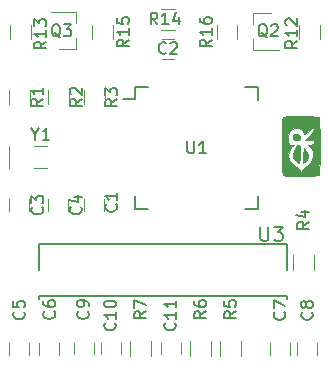
<source format=gto>
G04 #@! TF.FileFunction,Legend,Top*
%FSLAX46Y46*%
G04 Gerber Fmt 4.6, Leading zero omitted, Abs format (unit mm)*
G04 Created by KiCad (PCBNEW 4.0.7-e2-6376~58~ubuntu16.04.1) date Fri Jun 15 00:43:23 2018*
%MOMM*%
%LPD*%
G01*
G04 APERTURE LIST*
%ADD10C,0.100000*%
%ADD11C,0.150000*%
%ADD12C,0.120000*%
%ADD13C,0.010000*%
G04 APERTURE END LIST*
D10*
D11*
X106745000Y-91131000D02*
X106745000Y-92131000D01*
X117095000Y-91131000D02*
X117095000Y-92206000D01*
X117095000Y-101481000D02*
X117095000Y-100406000D01*
X106745000Y-101481000D02*
X106745000Y-100406000D01*
X106745000Y-91131000D02*
X107820000Y-91131000D01*
X106745000Y-101481000D02*
X107820000Y-101481000D01*
X117095000Y-101481000D02*
X116020000Y-101481000D01*
X117095000Y-91131000D02*
X116020000Y-91131000D01*
X106745000Y-92131000D02*
X105720000Y-92131000D01*
D12*
X113156000Y-112684000D02*
X113156000Y-113884000D01*
X111396000Y-113884000D02*
X111396000Y-112684000D01*
D11*
X98600000Y-104425000D02*
X119600000Y-104425000D01*
X98600000Y-108875000D02*
X119600000Y-108875000D01*
X98600000Y-108875000D02*
X98600000Y-109100000D01*
X119600000Y-108875000D02*
X119600000Y-109100000D01*
X98600000Y-106650000D02*
X98600000Y-104425000D01*
X119600000Y-106650000D02*
X119600000Y-104425000D01*
D12*
X97784000Y-113824000D02*
X97784000Y-112824000D01*
X96084000Y-112824000D02*
X96084000Y-113824000D01*
X104134000Y-101632000D02*
X104134000Y-100632000D01*
X102434000Y-100632000D02*
X102434000Y-101632000D01*
X110000000Y-87050000D02*
X109000000Y-87050000D01*
X109000000Y-88750000D02*
X110000000Y-88750000D01*
X97784000Y-101632000D02*
X97784000Y-100632000D01*
X96084000Y-100632000D02*
X96084000Y-101632000D01*
X101086000Y-101632000D02*
X101086000Y-100632000D01*
X99386000Y-100632000D02*
X99386000Y-101632000D01*
X100324000Y-113824000D02*
X100324000Y-112824000D01*
X98624000Y-112824000D02*
X98624000Y-113824000D01*
X119882000Y-113824000D02*
X119882000Y-112824000D01*
X118182000Y-112824000D02*
X118182000Y-113824000D01*
X122168000Y-113824000D02*
X122168000Y-112824000D01*
X120468000Y-112824000D02*
X120468000Y-113824000D01*
X96054000Y-92588000D02*
X96054000Y-91388000D01*
X97814000Y-91388000D02*
X97814000Y-92588000D01*
X99356000Y-92588000D02*
X99356000Y-91388000D01*
X101116000Y-91388000D02*
X101116000Y-92588000D01*
X104164000Y-91388000D02*
X104164000Y-92588000D01*
X102404000Y-92588000D02*
X102404000Y-91388000D01*
X120120000Y-106600000D02*
X120120000Y-105400000D01*
X121880000Y-105400000D02*
X121880000Y-106600000D01*
X98162000Y-96118000D02*
X99262000Y-96118000D01*
X98162000Y-98018000D02*
X99262000Y-98018000D01*
X96012000Y-96168000D02*
X96012000Y-97968000D01*
X101520000Y-112784000D02*
X101520000Y-113784000D01*
X103220000Y-113784000D02*
X103220000Y-112784000D01*
X103806000Y-112784000D02*
X103806000Y-113784000D01*
X105506000Y-113784000D02*
X105506000Y-112784000D01*
X108886000Y-112784000D02*
X108886000Y-113784000D01*
X110586000Y-113784000D02*
X110586000Y-112784000D01*
X115696000Y-112684000D02*
X115696000Y-113884000D01*
X113936000Y-113884000D02*
X113936000Y-112684000D01*
X106316000Y-113884000D02*
X106316000Y-112684000D01*
X108076000Y-112684000D02*
X108076000Y-113884000D01*
X116740000Y-84870000D02*
X116740000Y-85800000D01*
X116740000Y-88030000D02*
X116740000Y-87100000D01*
X116740000Y-88030000D02*
X118900000Y-88030000D01*
X116740000Y-84870000D02*
X118200000Y-84870000D01*
X101760000Y-87930000D02*
X101760000Y-87000000D01*
X101760000Y-84770000D02*
X101760000Y-85700000D01*
X101760000Y-84770000D02*
X99600000Y-84770000D01*
X101760000Y-87930000D02*
X100300000Y-87930000D01*
X120620000Y-87100000D02*
X120620000Y-85900000D01*
X122380000Y-85900000D02*
X122380000Y-87100000D01*
X97880000Y-85900000D02*
X97880000Y-87100000D01*
X96120000Y-87100000D02*
X96120000Y-85900000D01*
X110100000Y-86280000D02*
X108900000Y-86280000D01*
X108900000Y-84520000D02*
X110100000Y-84520000D01*
X103120000Y-87100000D02*
X103120000Y-85900000D01*
X104880000Y-85900000D02*
X104880000Y-87100000D01*
X115380000Y-85900000D02*
X115380000Y-87100000D01*
X113620000Y-87100000D02*
X113620000Y-85900000D01*
D13*
G36*
X119135718Y-95741420D02*
X119142482Y-95197192D01*
X119154767Y-94699503D01*
X119172572Y-94275326D01*
X119195898Y-93951634D01*
X119224744Y-93755399D01*
X119242934Y-93711600D01*
X119366244Y-93671607D01*
X119623334Y-93640935D01*
X119978906Y-93619586D01*
X120397665Y-93607559D01*
X120844311Y-93604855D01*
X121283550Y-93611472D01*
X121680083Y-93627413D01*
X121998614Y-93652675D01*
X122203845Y-93687260D01*
X122257067Y-93711600D01*
X122288945Y-93826365D01*
X122315302Y-94083399D01*
X122336139Y-94455731D01*
X122351456Y-94916388D01*
X122361252Y-95438398D01*
X122365528Y-95994786D01*
X122364284Y-96558581D01*
X122357519Y-97102809D01*
X122345234Y-97600498D01*
X122327428Y-98024675D01*
X122304103Y-98348367D01*
X122275257Y-98544602D01*
X122257067Y-98588400D01*
X122133756Y-98628394D01*
X121876666Y-98659066D01*
X121521094Y-98680415D01*
X121102336Y-98692441D01*
X120750000Y-98694574D01*
X120750000Y-98351334D01*
X120821910Y-98281440D01*
X120834896Y-98203167D01*
X120905912Y-98069573D01*
X121086731Y-97922357D01*
X121149774Y-97885667D01*
X121494723Y-97630983D01*
X121727185Y-97315595D01*
X121832053Y-96972905D01*
X121794217Y-96636318D01*
X121755420Y-96546601D01*
X121620943Y-96335702D01*
X121503568Y-96189163D01*
X121401688Y-96065027D01*
X121433545Y-96022795D01*
X121577648Y-96019830D01*
X121759151Y-95985439D01*
X121832282Y-95851888D01*
X121835389Y-95832500D01*
X121834731Y-95712973D01*
X121759317Y-95657577D01*
X121566977Y-95642344D01*
X121500261Y-95642000D01*
X121138077Y-95642000D01*
X121494372Y-95278962D01*
X121694624Y-95044045D01*
X121822271Y-94832987D01*
X121850667Y-94728629D01*
X121829082Y-94583362D01*
X121752859Y-94560524D01*
X121604796Y-94664546D01*
X121427334Y-94837667D01*
X121201583Y-95050178D01*
X121064200Y-95127563D01*
X121006852Y-95073704D01*
X121004000Y-95034834D01*
X120930596Y-94839837D01*
X120741348Y-94703528D01*
X120482705Y-94636269D01*
X120201115Y-94648425D01*
X119943026Y-94750357D01*
X119892723Y-94786901D01*
X119780770Y-94902036D01*
X119720178Y-95051243D01*
X119696032Y-95286645D01*
X119692843Y-95485401D01*
X119695680Y-95776746D01*
X119716556Y-95937334D01*
X119771599Y-96005728D01*
X119876934Y-96020494D01*
X119916502Y-96020284D01*
X120141337Y-96017567D01*
X119941037Y-96255610D01*
X119737372Y-96604288D01*
X119677623Y-96972981D01*
X119767149Y-97317573D01*
X119979433Y-97609236D01*
X120264671Y-97852705D01*
X120502982Y-97972550D01*
X120636828Y-98086332D01*
X120665334Y-98187706D01*
X120701893Y-98322158D01*
X120750000Y-98351334D01*
X120750000Y-98694574D01*
X120655689Y-98695145D01*
X120216451Y-98688529D01*
X119819918Y-98672588D01*
X119501387Y-98647326D01*
X119296155Y-98612741D01*
X119242934Y-98588401D01*
X119211056Y-98473636D01*
X119184698Y-98216602D01*
X119163861Y-97844270D01*
X119148545Y-97383613D01*
X119138749Y-96861603D01*
X119134473Y-96305215D01*
X119135718Y-95741420D01*
X119135718Y-95741420D01*
G37*
X119135718Y-95741420D02*
X119142482Y-95197192D01*
X119154767Y-94699503D01*
X119172572Y-94275326D01*
X119195898Y-93951634D01*
X119224744Y-93755399D01*
X119242934Y-93711600D01*
X119366244Y-93671607D01*
X119623334Y-93640935D01*
X119978906Y-93619586D01*
X120397665Y-93607559D01*
X120844311Y-93604855D01*
X121283550Y-93611472D01*
X121680083Y-93627413D01*
X121998614Y-93652675D01*
X122203845Y-93687260D01*
X122257067Y-93711600D01*
X122288945Y-93826365D01*
X122315302Y-94083399D01*
X122336139Y-94455731D01*
X122351456Y-94916388D01*
X122361252Y-95438398D01*
X122365528Y-95994786D01*
X122364284Y-96558581D01*
X122357519Y-97102809D01*
X122345234Y-97600498D01*
X122327428Y-98024675D01*
X122304103Y-98348367D01*
X122275257Y-98544602D01*
X122257067Y-98588400D01*
X122133756Y-98628394D01*
X121876666Y-98659066D01*
X121521094Y-98680415D01*
X121102336Y-98692441D01*
X120750000Y-98694574D01*
X120750000Y-98351334D01*
X120821910Y-98281440D01*
X120834896Y-98203167D01*
X120905912Y-98069573D01*
X121086731Y-97922357D01*
X121149774Y-97885667D01*
X121494723Y-97630983D01*
X121727185Y-97315595D01*
X121832053Y-96972905D01*
X121794217Y-96636318D01*
X121755420Y-96546601D01*
X121620943Y-96335702D01*
X121503568Y-96189163D01*
X121401688Y-96065027D01*
X121433545Y-96022795D01*
X121577648Y-96019830D01*
X121759151Y-95985439D01*
X121832282Y-95851888D01*
X121835389Y-95832500D01*
X121834731Y-95712973D01*
X121759317Y-95657577D01*
X121566977Y-95642344D01*
X121500261Y-95642000D01*
X121138077Y-95642000D01*
X121494372Y-95278962D01*
X121694624Y-95044045D01*
X121822271Y-94832987D01*
X121850667Y-94728629D01*
X121829082Y-94583362D01*
X121752859Y-94560524D01*
X121604796Y-94664546D01*
X121427334Y-94837667D01*
X121201583Y-95050178D01*
X121064200Y-95127563D01*
X121006852Y-95073704D01*
X121004000Y-95034834D01*
X120930596Y-94839837D01*
X120741348Y-94703528D01*
X120482705Y-94636269D01*
X120201115Y-94648425D01*
X119943026Y-94750357D01*
X119892723Y-94786901D01*
X119780770Y-94902036D01*
X119720178Y-95051243D01*
X119696032Y-95286645D01*
X119692843Y-95485401D01*
X119695680Y-95776746D01*
X119716556Y-95937334D01*
X119771599Y-96005728D01*
X119876934Y-96020494D01*
X119916502Y-96020284D01*
X120141337Y-96017567D01*
X119941037Y-96255610D01*
X119737372Y-96604288D01*
X119677623Y-96972981D01*
X119767149Y-97317573D01*
X119979433Y-97609236D01*
X120264671Y-97852705D01*
X120502982Y-97972550D01*
X120636828Y-98086332D01*
X120665334Y-98187706D01*
X120701893Y-98322158D01*
X120750000Y-98351334D01*
X120750000Y-98694574D01*
X120655689Y-98695145D01*
X120216451Y-98688529D01*
X119819918Y-98672588D01*
X119501387Y-98647326D01*
X119296155Y-98612741D01*
X119242934Y-98588401D01*
X119211056Y-98473636D01*
X119184698Y-98216602D01*
X119163861Y-97844270D01*
X119148545Y-97383613D01*
X119138749Y-96861603D01*
X119134473Y-96305215D01*
X119135718Y-95741420D01*
G36*
X120923197Y-97308358D02*
X120948795Y-97017758D01*
X120957597Y-96945461D01*
X121039811Y-96301588D01*
X121233572Y-96526849D01*
X121398480Y-96817680D01*
X121396027Y-97104172D01*
X121226406Y-97374554D01*
X121219515Y-97381516D01*
X121061695Y-97521456D01*
X120951080Y-97588368D01*
X120943540Y-97589334D01*
X120921151Y-97512354D01*
X120923197Y-97308358D01*
X120923197Y-97308358D01*
G37*
X120923197Y-97308358D02*
X120948795Y-97017758D01*
X120957597Y-96945461D01*
X121039811Y-96301588D01*
X121233572Y-96526849D01*
X121398480Y-96817680D01*
X121396027Y-97104172D01*
X121226406Y-97374554D01*
X121219515Y-97381516D01*
X121061695Y-97521456D01*
X120951080Y-97588368D01*
X120943540Y-97589334D01*
X120921151Y-97512354D01*
X120923197Y-97308358D01*
G36*
X120124057Y-96745241D02*
X120196974Y-96610683D01*
X120298101Y-96404725D01*
X120323974Y-96265709D01*
X120398164Y-96094499D01*
X120496000Y-96040802D01*
X120574793Y-96030390D01*
X120624412Y-96069036D01*
X120651568Y-96186545D01*
X120662971Y-96412723D01*
X120665332Y-96777379D01*
X120665334Y-96792927D01*
X120656271Y-97191991D01*
X120630368Y-97461383D01*
X120589554Y-97583745D01*
X120576818Y-97589334D01*
X120428297Y-97521215D01*
X120262402Y-97356335D01*
X120127678Y-97153909D01*
X120072667Y-96974365D01*
X120124057Y-96745241D01*
X120124057Y-96745241D01*
G37*
X120124057Y-96745241D02*
X120196974Y-96610683D01*
X120298101Y-96404725D01*
X120323974Y-96265709D01*
X120398164Y-96094499D01*
X120496000Y-96040802D01*
X120574793Y-96030390D01*
X120624412Y-96069036D01*
X120651568Y-96186545D01*
X120662971Y-96412723D01*
X120665332Y-96777379D01*
X120665334Y-96792927D01*
X120656271Y-97191991D01*
X120630368Y-97461383D01*
X120589554Y-97583745D01*
X120576818Y-97589334D01*
X120428297Y-97521215D01*
X120262402Y-97356335D01*
X120127678Y-97153909D01*
X120072667Y-96974365D01*
X120124057Y-96745241D01*
G36*
X120088469Y-95366834D02*
X120126650Y-95176144D01*
X120225468Y-95102152D01*
X120369000Y-95091667D01*
X120547089Y-95113112D01*
X120624966Y-95212436D01*
X120649531Y-95366834D01*
X120655139Y-95548813D01*
X120592773Y-95625288D01*
X120415941Y-95641860D01*
X120369000Y-95642000D01*
X120166958Y-95631302D01*
X120087645Y-95568807D01*
X120084569Y-95408911D01*
X120088469Y-95366834D01*
X120088469Y-95366834D01*
G37*
X120088469Y-95366834D02*
X120126650Y-95176144D01*
X120225468Y-95102152D01*
X120369000Y-95091667D01*
X120547089Y-95113112D01*
X120624966Y-95212436D01*
X120649531Y-95366834D01*
X120655139Y-95548813D01*
X120592773Y-95625288D01*
X120415941Y-95641860D01*
X120369000Y-95642000D01*
X120166958Y-95631302D01*
X120087645Y-95568807D01*
X120084569Y-95408911D01*
X120088469Y-95366834D01*
D11*
X111158095Y-95758381D02*
X111158095Y-96567905D01*
X111205714Y-96663143D01*
X111253333Y-96710762D01*
X111348571Y-96758381D01*
X111539048Y-96758381D01*
X111634286Y-96710762D01*
X111681905Y-96663143D01*
X111729524Y-96567905D01*
X111729524Y-95758381D01*
X112729524Y-96758381D02*
X112158095Y-96758381D01*
X112443809Y-96758381D02*
X112443809Y-95758381D01*
X112348571Y-95901238D01*
X112253333Y-95996476D01*
X112158095Y-96044095D01*
X112728381Y-110148666D02*
X112252190Y-110482000D01*
X112728381Y-110720095D02*
X111728381Y-110720095D01*
X111728381Y-110339142D01*
X111776000Y-110243904D01*
X111823619Y-110196285D01*
X111918857Y-110148666D01*
X112061714Y-110148666D01*
X112156952Y-110196285D01*
X112204571Y-110243904D01*
X112252190Y-110339142D01*
X112252190Y-110720095D01*
X111728381Y-109291523D02*
X111728381Y-109482000D01*
X111776000Y-109577238D01*
X111823619Y-109624857D01*
X111966476Y-109720095D01*
X112156952Y-109767714D01*
X112537905Y-109767714D01*
X112633143Y-109720095D01*
X112680762Y-109672476D01*
X112728381Y-109577238D01*
X112728381Y-109386761D01*
X112680762Y-109291523D01*
X112633143Y-109243904D01*
X112537905Y-109196285D01*
X112299810Y-109196285D01*
X112204571Y-109243904D01*
X112156952Y-109291523D01*
X112109333Y-109386761D01*
X112109333Y-109577238D01*
X112156952Y-109672476D01*
X112204571Y-109720095D01*
X112299810Y-109767714D01*
X117335714Y-102992857D02*
X117335714Y-103964286D01*
X117392857Y-104078571D01*
X117450000Y-104135714D01*
X117564286Y-104192857D01*
X117792857Y-104192857D01*
X117907143Y-104135714D01*
X117964286Y-104078571D01*
X118021429Y-103964286D01*
X118021429Y-102992857D01*
X118478572Y-102992857D02*
X119221429Y-102992857D01*
X118821429Y-103450000D01*
X118992857Y-103450000D01*
X119107143Y-103507143D01*
X119164286Y-103564286D01*
X119221429Y-103678571D01*
X119221429Y-103964286D01*
X119164286Y-104078571D01*
X119107143Y-104135714D01*
X118992857Y-104192857D01*
X118650000Y-104192857D01*
X118535714Y-104135714D01*
X118478572Y-104078571D01*
X97291143Y-110188666D02*
X97338762Y-110236285D01*
X97386381Y-110379142D01*
X97386381Y-110474380D01*
X97338762Y-110617238D01*
X97243524Y-110712476D01*
X97148286Y-110760095D01*
X96957810Y-110807714D01*
X96814952Y-110807714D01*
X96624476Y-110760095D01*
X96529238Y-110712476D01*
X96434000Y-110617238D01*
X96386381Y-110474380D01*
X96386381Y-110379142D01*
X96434000Y-110236285D01*
X96481619Y-110188666D01*
X96386381Y-109283904D02*
X96386381Y-109760095D01*
X96862571Y-109807714D01*
X96814952Y-109760095D01*
X96767333Y-109664857D01*
X96767333Y-109426761D01*
X96814952Y-109331523D01*
X96862571Y-109283904D01*
X96957810Y-109236285D01*
X97195905Y-109236285D01*
X97291143Y-109283904D01*
X97338762Y-109331523D01*
X97386381Y-109426761D01*
X97386381Y-109664857D01*
X97338762Y-109760095D01*
X97291143Y-109807714D01*
X105107143Y-101066666D02*
X105154762Y-101114285D01*
X105202381Y-101257142D01*
X105202381Y-101352380D01*
X105154762Y-101495238D01*
X105059524Y-101590476D01*
X104964286Y-101638095D01*
X104773810Y-101685714D01*
X104630952Y-101685714D01*
X104440476Y-101638095D01*
X104345238Y-101590476D01*
X104250000Y-101495238D01*
X104202381Y-101352380D01*
X104202381Y-101257142D01*
X104250000Y-101114285D01*
X104297619Y-101066666D01*
X105202381Y-100114285D02*
X105202381Y-100685714D01*
X105202381Y-100400000D02*
X104202381Y-100400000D01*
X104345238Y-100495238D01*
X104440476Y-100590476D01*
X104488095Y-100685714D01*
X109333334Y-88257143D02*
X109285715Y-88304762D01*
X109142858Y-88352381D01*
X109047620Y-88352381D01*
X108904762Y-88304762D01*
X108809524Y-88209524D01*
X108761905Y-88114286D01*
X108714286Y-87923810D01*
X108714286Y-87780952D01*
X108761905Y-87590476D01*
X108809524Y-87495238D01*
X108904762Y-87400000D01*
X109047620Y-87352381D01*
X109142858Y-87352381D01*
X109285715Y-87400000D01*
X109333334Y-87447619D01*
X109714286Y-87447619D02*
X109761905Y-87400000D01*
X109857143Y-87352381D01*
X110095239Y-87352381D01*
X110190477Y-87400000D01*
X110238096Y-87447619D01*
X110285715Y-87542857D01*
X110285715Y-87638095D01*
X110238096Y-87780952D01*
X109666667Y-88352381D01*
X110285715Y-88352381D01*
X98857143Y-101316666D02*
X98904762Y-101364285D01*
X98952381Y-101507142D01*
X98952381Y-101602380D01*
X98904762Y-101745238D01*
X98809524Y-101840476D01*
X98714286Y-101888095D01*
X98523810Y-101935714D01*
X98380952Y-101935714D01*
X98190476Y-101888095D01*
X98095238Y-101840476D01*
X98000000Y-101745238D01*
X97952381Y-101602380D01*
X97952381Y-101507142D01*
X98000000Y-101364285D01*
X98047619Y-101316666D01*
X97952381Y-100983333D02*
X97952381Y-100364285D01*
X98333333Y-100697619D01*
X98333333Y-100554761D01*
X98380952Y-100459523D01*
X98428571Y-100411904D01*
X98523810Y-100364285D01*
X98761905Y-100364285D01*
X98857143Y-100411904D01*
X98904762Y-100459523D01*
X98952381Y-100554761D01*
X98952381Y-100840476D01*
X98904762Y-100935714D01*
X98857143Y-100983333D01*
X102107143Y-101298666D02*
X102154762Y-101346285D01*
X102202381Y-101489142D01*
X102202381Y-101584380D01*
X102154762Y-101727238D01*
X102059524Y-101822476D01*
X101964286Y-101870095D01*
X101773810Y-101917714D01*
X101630952Y-101917714D01*
X101440476Y-101870095D01*
X101345238Y-101822476D01*
X101250000Y-101727238D01*
X101202381Y-101584380D01*
X101202381Y-101489142D01*
X101250000Y-101346285D01*
X101297619Y-101298666D01*
X101535714Y-100441523D02*
X102202381Y-100441523D01*
X101154762Y-100679619D02*
X101869048Y-100917714D01*
X101869048Y-100298666D01*
X99857143Y-110148666D02*
X99904762Y-110196285D01*
X99952381Y-110339142D01*
X99952381Y-110434380D01*
X99904762Y-110577238D01*
X99809524Y-110672476D01*
X99714286Y-110720095D01*
X99523810Y-110767714D01*
X99380952Y-110767714D01*
X99190476Y-110720095D01*
X99095238Y-110672476D01*
X99000000Y-110577238D01*
X98952381Y-110434380D01*
X98952381Y-110339142D01*
X99000000Y-110196285D01*
X99047619Y-110148666D01*
X98952381Y-109291523D02*
X98952381Y-109482000D01*
X99000000Y-109577238D01*
X99047619Y-109624857D01*
X99190476Y-109720095D01*
X99380952Y-109767714D01*
X99761905Y-109767714D01*
X99857143Y-109720095D01*
X99904762Y-109672476D01*
X99952381Y-109577238D01*
X99952381Y-109386761D01*
X99904762Y-109291523D01*
X99857143Y-109243904D01*
X99761905Y-109196285D01*
X99523810Y-109196285D01*
X99428571Y-109243904D01*
X99380952Y-109291523D01*
X99333333Y-109386761D01*
X99333333Y-109577238D01*
X99380952Y-109672476D01*
X99428571Y-109720095D01*
X99523810Y-109767714D01*
X119357143Y-110216666D02*
X119404762Y-110264285D01*
X119452381Y-110407142D01*
X119452381Y-110502380D01*
X119404762Y-110645238D01*
X119309524Y-110740476D01*
X119214286Y-110788095D01*
X119023810Y-110835714D01*
X118880952Y-110835714D01*
X118690476Y-110788095D01*
X118595238Y-110740476D01*
X118500000Y-110645238D01*
X118452381Y-110502380D01*
X118452381Y-110407142D01*
X118500000Y-110264285D01*
X118547619Y-110216666D01*
X118452381Y-109883333D02*
X118452381Y-109216666D01*
X119452381Y-109645238D01*
X121675143Y-110216666D02*
X121722762Y-110264285D01*
X121770381Y-110407142D01*
X121770381Y-110502380D01*
X121722762Y-110645238D01*
X121627524Y-110740476D01*
X121532286Y-110788095D01*
X121341810Y-110835714D01*
X121198952Y-110835714D01*
X121008476Y-110788095D01*
X120913238Y-110740476D01*
X120818000Y-110645238D01*
X120770381Y-110502380D01*
X120770381Y-110407142D01*
X120818000Y-110264285D01*
X120865619Y-110216666D01*
X121198952Y-109645238D02*
X121151333Y-109740476D01*
X121103714Y-109788095D01*
X121008476Y-109835714D01*
X120960857Y-109835714D01*
X120865619Y-109788095D01*
X120818000Y-109740476D01*
X120770381Y-109645238D01*
X120770381Y-109454761D01*
X120818000Y-109359523D01*
X120865619Y-109311904D01*
X120960857Y-109264285D01*
X121008476Y-109264285D01*
X121103714Y-109311904D01*
X121151333Y-109359523D01*
X121198952Y-109454761D01*
X121198952Y-109645238D01*
X121246571Y-109740476D01*
X121294190Y-109788095D01*
X121389429Y-109835714D01*
X121579905Y-109835714D01*
X121675143Y-109788095D01*
X121722762Y-109740476D01*
X121770381Y-109645238D01*
X121770381Y-109454761D01*
X121722762Y-109359523D01*
X121675143Y-109311904D01*
X121579905Y-109264285D01*
X121389429Y-109264285D01*
X121294190Y-109311904D01*
X121246571Y-109359523D01*
X121198952Y-109454761D01*
X98902381Y-92154666D02*
X98426190Y-92488000D01*
X98902381Y-92726095D02*
X97902381Y-92726095D01*
X97902381Y-92345142D01*
X97950000Y-92249904D01*
X97997619Y-92202285D01*
X98092857Y-92154666D01*
X98235714Y-92154666D01*
X98330952Y-92202285D01*
X98378571Y-92249904D01*
X98426190Y-92345142D01*
X98426190Y-92726095D01*
X98902381Y-91202285D02*
X98902381Y-91773714D01*
X98902381Y-91488000D02*
X97902381Y-91488000D01*
X98045238Y-91583238D01*
X98140476Y-91678476D01*
X98188095Y-91773714D01*
X102202381Y-92154666D02*
X101726190Y-92488000D01*
X102202381Y-92726095D02*
X101202381Y-92726095D01*
X101202381Y-92345142D01*
X101250000Y-92249904D01*
X101297619Y-92202285D01*
X101392857Y-92154666D01*
X101535714Y-92154666D01*
X101630952Y-92202285D01*
X101678571Y-92249904D01*
X101726190Y-92345142D01*
X101726190Y-92726095D01*
X101297619Y-91773714D02*
X101250000Y-91726095D01*
X101202381Y-91630857D01*
X101202381Y-91392761D01*
X101250000Y-91297523D01*
X101297619Y-91249904D01*
X101392857Y-91202285D01*
X101488095Y-91202285D01*
X101630952Y-91249904D01*
X102202381Y-91821333D01*
X102202381Y-91202285D01*
X105204381Y-92182666D02*
X104728190Y-92516000D01*
X105204381Y-92754095D02*
X104204381Y-92754095D01*
X104204381Y-92373142D01*
X104252000Y-92277904D01*
X104299619Y-92230285D01*
X104394857Y-92182666D01*
X104537714Y-92182666D01*
X104632952Y-92230285D01*
X104680571Y-92277904D01*
X104728190Y-92373142D01*
X104728190Y-92754095D01*
X104204381Y-91849333D02*
X104204381Y-91230285D01*
X104585333Y-91563619D01*
X104585333Y-91420761D01*
X104632952Y-91325523D01*
X104680571Y-91277904D01*
X104775810Y-91230285D01*
X105013905Y-91230285D01*
X105109143Y-91277904D01*
X105156762Y-91325523D01*
X105204381Y-91420761D01*
X105204381Y-91706476D01*
X105156762Y-91801714D01*
X105109143Y-91849333D01*
X121439381Y-102560666D02*
X120963190Y-102894000D01*
X121439381Y-103132095D02*
X120439381Y-103132095D01*
X120439381Y-102751142D01*
X120487000Y-102655904D01*
X120534619Y-102608285D01*
X120629857Y-102560666D01*
X120772714Y-102560666D01*
X120867952Y-102608285D01*
X120915571Y-102655904D01*
X120963190Y-102751142D01*
X120963190Y-103132095D01*
X120772714Y-101703523D02*
X121439381Y-101703523D01*
X120391762Y-101941619D02*
X121106048Y-102179714D01*
X121106048Y-101560666D01*
X98273809Y-95126190D02*
X98273809Y-95602381D01*
X97940476Y-94602381D02*
X98273809Y-95126190D01*
X98607143Y-94602381D01*
X99464286Y-95602381D02*
X98892857Y-95602381D01*
X99178571Y-95602381D02*
X99178571Y-94602381D01*
X99083333Y-94745238D01*
X98988095Y-94840476D01*
X98892857Y-94888095D01*
X102727143Y-110148666D02*
X102774762Y-110196285D01*
X102822381Y-110339142D01*
X102822381Y-110434380D01*
X102774762Y-110577238D01*
X102679524Y-110672476D01*
X102584286Y-110720095D01*
X102393810Y-110767714D01*
X102250952Y-110767714D01*
X102060476Y-110720095D01*
X101965238Y-110672476D01*
X101870000Y-110577238D01*
X101822381Y-110434380D01*
X101822381Y-110339142D01*
X101870000Y-110196285D01*
X101917619Y-110148666D01*
X102822381Y-109672476D02*
X102822381Y-109482000D01*
X102774762Y-109386761D01*
X102727143Y-109339142D01*
X102584286Y-109243904D01*
X102393810Y-109196285D01*
X102012857Y-109196285D01*
X101917619Y-109243904D01*
X101870000Y-109291523D01*
X101822381Y-109386761D01*
X101822381Y-109577238D01*
X101870000Y-109672476D01*
X101917619Y-109720095D01*
X102012857Y-109767714D01*
X102250952Y-109767714D01*
X102346190Y-109720095D01*
X102393810Y-109672476D01*
X102441429Y-109577238D01*
X102441429Y-109386761D01*
X102393810Y-109291523D01*
X102346190Y-109243904D01*
X102250952Y-109196285D01*
X105013143Y-111132857D02*
X105060762Y-111180476D01*
X105108381Y-111323333D01*
X105108381Y-111418571D01*
X105060762Y-111561429D01*
X104965524Y-111656667D01*
X104870286Y-111704286D01*
X104679810Y-111751905D01*
X104536952Y-111751905D01*
X104346476Y-111704286D01*
X104251238Y-111656667D01*
X104156000Y-111561429D01*
X104108381Y-111418571D01*
X104108381Y-111323333D01*
X104156000Y-111180476D01*
X104203619Y-111132857D01*
X105108381Y-110180476D02*
X105108381Y-110751905D01*
X105108381Y-110466191D02*
X104108381Y-110466191D01*
X104251238Y-110561429D01*
X104346476Y-110656667D01*
X104394095Y-110751905D01*
X104108381Y-109561429D02*
X104108381Y-109466190D01*
X104156000Y-109370952D01*
X104203619Y-109323333D01*
X104298857Y-109275714D01*
X104489333Y-109228095D01*
X104727429Y-109228095D01*
X104917905Y-109275714D01*
X105013143Y-109323333D01*
X105060762Y-109370952D01*
X105108381Y-109466190D01*
X105108381Y-109561429D01*
X105060762Y-109656667D01*
X105013143Y-109704286D01*
X104917905Y-109751905D01*
X104727429Y-109799524D01*
X104489333Y-109799524D01*
X104298857Y-109751905D01*
X104203619Y-109704286D01*
X104156000Y-109656667D01*
X104108381Y-109561429D01*
X110093143Y-111132857D02*
X110140762Y-111180476D01*
X110188381Y-111323333D01*
X110188381Y-111418571D01*
X110140762Y-111561429D01*
X110045524Y-111656667D01*
X109950286Y-111704286D01*
X109759810Y-111751905D01*
X109616952Y-111751905D01*
X109426476Y-111704286D01*
X109331238Y-111656667D01*
X109236000Y-111561429D01*
X109188381Y-111418571D01*
X109188381Y-111323333D01*
X109236000Y-111180476D01*
X109283619Y-111132857D01*
X110188381Y-110180476D02*
X110188381Y-110751905D01*
X110188381Y-110466191D02*
X109188381Y-110466191D01*
X109331238Y-110561429D01*
X109426476Y-110656667D01*
X109474095Y-110751905D01*
X110188381Y-109228095D02*
X110188381Y-109799524D01*
X110188381Y-109513810D02*
X109188381Y-109513810D01*
X109331238Y-109609048D01*
X109426476Y-109704286D01*
X109474095Y-109799524D01*
X115268381Y-110148666D02*
X114792190Y-110482000D01*
X115268381Y-110720095D02*
X114268381Y-110720095D01*
X114268381Y-110339142D01*
X114316000Y-110243904D01*
X114363619Y-110196285D01*
X114458857Y-110148666D01*
X114601714Y-110148666D01*
X114696952Y-110196285D01*
X114744571Y-110243904D01*
X114792190Y-110339142D01*
X114792190Y-110720095D01*
X114268381Y-109243904D02*
X114268381Y-109720095D01*
X114744571Y-109767714D01*
X114696952Y-109720095D01*
X114649333Y-109624857D01*
X114649333Y-109386761D01*
X114696952Y-109291523D01*
X114744571Y-109243904D01*
X114839810Y-109196285D01*
X115077905Y-109196285D01*
X115173143Y-109243904D01*
X115220762Y-109291523D01*
X115268381Y-109386761D01*
X115268381Y-109624857D01*
X115220762Y-109720095D01*
X115173143Y-109767714D01*
X107648381Y-110148666D02*
X107172190Y-110482000D01*
X107648381Y-110720095D02*
X106648381Y-110720095D01*
X106648381Y-110339142D01*
X106696000Y-110243904D01*
X106743619Y-110196285D01*
X106838857Y-110148666D01*
X106981714Y-110148666D01*
X107076952Y-110196285D01*
X107124571Y-110243904D01*
X107172190Y-110339142D01*
X107172190Y-110720095D01*
X106648381Y-109815333D02*
X106648381Y-109148666D01*
X107648381Y-109577238D01*
X117904762Y-86947619D02*
X117809524Y-86900000D01*
X117714286Y-86804762D01*
X117571429Y-86661905D01*
X117476190Y-86614286D01*
X117380952Y-86614286D01*
X117428571Y-86852381D02*
X117333333Y-86804762D01*
X117238095Y-86709524D01*
X117190476Y-86519048D01*
X117190476Y-86185714D01*
X117238095Y-85995238D01*
X117333333Y-85900000D01*
X117428571Y-85852381D01*
X117619048Y-85852381D01*
X117714286Y-85900000D01*
X117809524Y-85995238D01*
X117857143Y-86185714D01*
X117857143Y-86519048D01*
X117809524Y-86709524D01*
X117714286Y-86804762D01*
X117619048Y-86852381D01*
X117428571Y-86852381D01*
X118238095Y-85947619D02*
X118285714Y-85900000D01*
X118380952Y-85852381D01*
X118619048Y-85852381D01*
X118714286Y-85900000D01*
X118761905Y-85947619D01*
X118809524Y-86042857D01*
X118809524Y-86138095D01*
X118761905Y-86280952D01*
X118190476Y-86852381D01*
X118809524Y-86852381D01*
X100404762Y-86947619D02*
X100309524Y-86900000D01*
X100214286Y-86804762D01*
X100071429Y-86661905D01*
X99976190Y-86614286D01*
X99880952Y-86614286D01*
X99928571Y-86852381D02*
X99833333Y-86804762D01*
X99738095Y-86709524D01*
X99690476Y-86519048D01*
X99690476Y-86185714D01*
X99738095Y-85995238D01*
X99833333Y-85900000D01*
X99928571Y-85852381D01*
X100119048Y-85852381D01*
X100214286Y-85900000D01*
X100309524Y-85995238D01*
X100357143Y-86185714D01*
X100357143Y-86519048D01*
X100309524Y-86709524D01*
X100214286Y-86804762D01*
X100119048Y-86852381D01*
X99928571Y-86852381D01*
X100690476Y-85852381D02*
X101309524Y-85852381D01*
X100976190Y-86233333D01*
X101119048Y-86233333D01*
X101214286Y-86280952D01*
X101261905Y-86328571D01*
X101309524Y-86423810D01*
X101309524Y-86661905D01*
X101261905Y-86757143D01*
X101214286Y-86804762D01*
X101119048Y-86852381D01*
X100833333Y-86852381D01*
X100738095Y-86804762D01*
X100690476Y-86757143D01*
X120452381Y-87242857D02*
X119976190Y-87576191D01*
X120452381Y-87814286D02*
X119452381Y-87814286D01*
X119452381Y-87433333D01*
X119500000Y-87338095D01*
X119547619Y-87290476D01*
X119642857Y-87242857D01*
X119785714Y-87242857D01*
X119880952Y-87290476D01*
X119928571Y-87338095D01*
X119976190Y-87433333D01*
X119976190Y-87814286D01*
X120452381Y-86290476D02*
X120452381Y-86861905D01*
X120452381Y-86576191D02*
X119452381Y-86576191D01*
X119595238Y-86671429D01*
X119690476Y-86766667D01*
X119738095Y-86861905D01*
X119547619Y-85909524D02*
X119500000Y-85861905D01*
X119452381Y-85766667D01*
X119452381Y-85528571D01*
X119500000Y-85433333D01*
X119547619Y-85385714D01*
X119642857Y-85338095D01*
X119738095Y-85338095D01*
X119880952Y-85385714D01*
X120452381Y-85957143D01*
X120452381Y-85338095D01*
X99202381Y-87292857D02*
X98726190Y-87626191D01*
X99202381Y-87864286D02*
X98202381Y-87864286D01*
X98202381Y-87483333D01*
X98250000Y-87388095D01*
X98297619Y-87340476D01*
X98392857Y-87292857D01*
X98535714Y-87292857D01*
X98630952Y-87340476D01*
X98678571Y-87388095D01*
X98726190Y-87483333D01*
X98726190Y-87864286D01*
X99202381Y-86340476D02*
X99202381Y-86911905D01*
X99202381Y-86626191D02*
X98202381Y-86626191D01*
X98345238Y-86721429D01*
X98440476Y-86816667D01*
X98488095Y-86911905D01*
X98202381Y-86007143D02*
X98202381Y-85388095D01*
X98583333Y-85721429D01*
X98583333Y-85578571D01*
X98630952Y-85483333D01*
X98678571Y-85435714D01*
X98773810Y-85388095D01*
X99011905Y-85388095D01*
X99107143Y-85435714D01*
X99154762Y-85483333D01*
X99202381Y-85578571D01*
X99202381Y-85864286D01*
X99154762Y-85959524D01*
X99107143Y-86007143D01*
X108607143Y-85852381D02*
X108273809Y-85376190D01*
X108035714Y-85852381D02*
X108035714Y-84852381D01*
X108416667Y-84852381D01*
X108511905Y-84900000D01*
X108559524Y-84947619D01*
X108607143Y-85042857D01*
X108607143Y-85185714D01*
X108559524Y-85280952D01*
X108511905Y-85328571D01*
X108416667Y-85376190D01*
X108035714Y-85376190D01*
X109559524Y-85852381D02*
X108988095Y-85852381D01*
X109273809Y-85852381D02*
X109273809Y-84852381D01*
X109178571Y-84995238D01*
X109083333Y-85090476D01*
X108988095Y-85138095D01*
X110416667Y-85185714D02*
X110416667Y-85852381D01*
X110178571Y-84804762D02*
X109940476Y-85519048D01*
X110559524Y-85519048D01*
X106202381Y-87142857D02*
X105726190Y-87476191D01*
X106202381Y-87714286D02*
X105202381Y-87714286D01*
X105202381Y-87333333D01*
X105250000Y-87238095D01*
X105297619Y-87190476D01*
X105392857Y-87142857D01*
X105535714Y-87142857D01*
X105630952Y-87190476D01*
X105678571Y-87238095D01*
X105726190Y-87333333D01*
X105726190Y-87714286D01*
X106202381Y-86190476D02*
X106202381Y-86761905D01*
X106202381Y-86476191D02*
X105202381Y-86476191D01*
X105345238Y-86571429D01*
X105440476Y-86666667D01*
X105488095Y-86761905D01*
X105202381Y-85285714D02*
X105202381Y-85761905D01*
X105678571Y-85809524D01*
X105630952Y-85761905D01*
X105583333Y-85666667D01*
X105583333Y-85428571D01*
X105630952Y-85333333D01*
X105678571Y-85285714D01*
X105773810Y-85238095D01*
X106011905Y-85238095D01*
X106107143Y-85285714D01*
X106154762Y-85333333D01*
X106202381Y-85428571D01*
X106202381Y-85666667D01*
X106154762Y-85761905D01*
X106107143Y-85809524D01*
X113202381Y-87142857D02*
X112726190Y-87476191D01*
X113202381Y-87714286D02*
X112202381Y-87714286D01*
X112202381Y-87333333D01*
X112250000Y-87238095D01*
X112297619Y-87190476D01*
X112392857Y-87142857D01*
X112535714Y-87142857D01*
X112630952Y-87190476D01*
X112678571Y-87238095D01*
X112726190Y-87333333D01*
X112726190Y-87714286D01*
X113202381Y-86190476D02*
X113202381Y-86761905D01*
X113202381Y-86476191D02*
X112202381Y-86476191D01*
X112345238Y-86571429D01*
X112440476Y-86666667D01*
X112488095Y-86761905D01*
X112202381Y-85333333D02*
X112202381Y-85523810D01*
X112250000Y-85619048D01*
X112297619Y-85666667D01*
X112440476Y-85761905D01*
X112630952Y-85809524D01*
X113011905Y-85809524D01*
X113107143Y-85761905D01*
X113154762Y-85714286D01*
X113202381Y-85619048D01*
X113202381Y-85428571D01*
X113154762Y-85333333D01*
X113107143Y-85285714D01*
X113011905Y-85238095D01*
X112773810Y-85238095D01*
X112678571Y-85285714D01*
X112630952Y-85333333D01*
X112583333Y-85428571D01*
X112583333Y-85619048D01*
X112630952Y-85714286D01*
X112678571Y-85761905D01*
X112773810Y-85809524D01*
M02*

</source>
